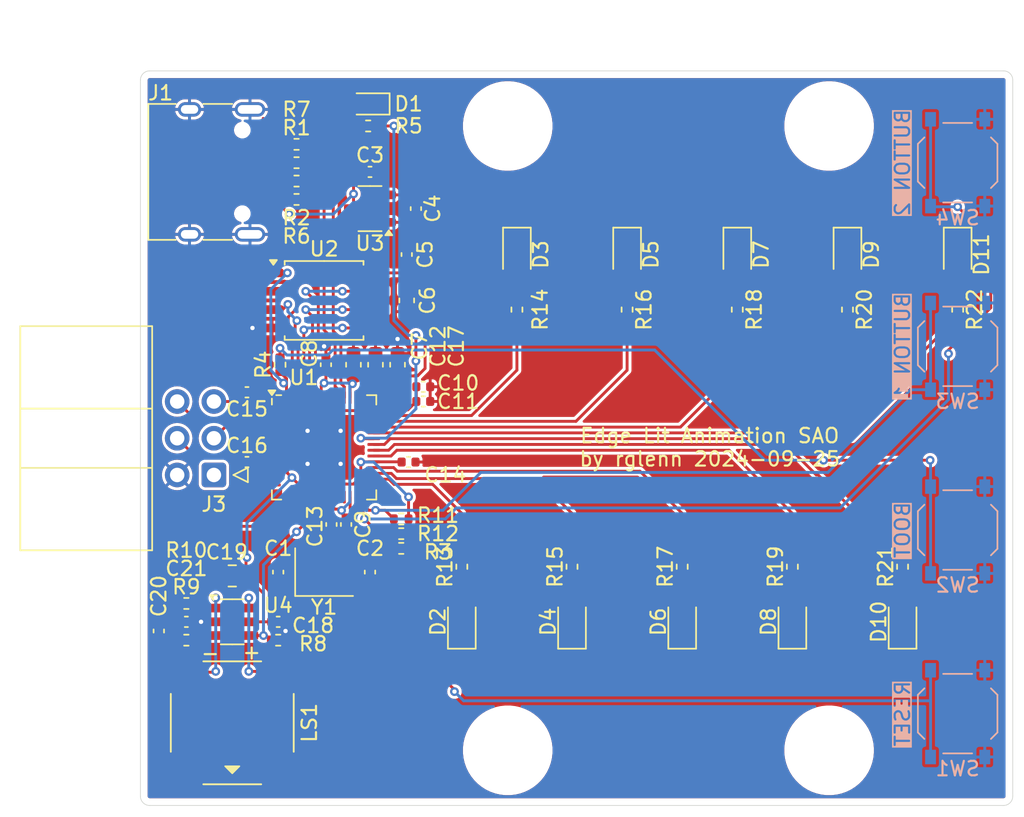
<source format=kicad_pcb>
(kicad_pcb (version 20240108) (generator "pcbnew") (generator_version "8.0")
  (layers (0 "F.Cu" signal) (31 "B.Cu" signal) (34 "B.Paste" user) (35 "F.Paste" user) (36 "B.SilkS" user "B.Silkscreen") (37 "F.SilkS" user "F.Silkscreen") (38 "B.Mask" user) (39 "F.Mask" user) (44 "Edge.Cuts" user))
  (net 0 "")
  (net 1 "GND")
  (net 2 "Net-(U1-XIN)")
  (net 3 "Net-(U1-XOUT)")
  (net 4 "+5V")
  (net 5 "+3V3")
  (net 6 "+1V1")
  (net 7 "Net-(C20-Pad1)")
  (net 8 "Net-(C20-Pad2)")
  (net 9 "Net-(D1-A)")
  (net 10 "/D+")
  (net 12 "Net-(J1-CC1)")
  (net 13 "Net-(J1-CC2)")
  (net 15 "/D-")
  (net 16 "/SWDIO")
  (net 17 "/SWCLK")
  (net 18 "/~{RESET}")
  (net 19 "Net-(U4-OUT-)")
  (net 20 "Net-(U4-OUT+)")
  (net 21 "Net-(U1-USB_DM)")
  (net 22 "Net-(U1-USB_DP)")
  (net 23 "Net-(R4-Pad2)")
  (net 24 "/BOOTSEL")
  (net 25 "/LED")
  (net 26 "/SPKONOFF")
  (net 27 "Net-(U4-IN)")
  (net 28 "/PWMAUDIO")
  (net 29 "/BUTTON1")
  (net 30 "/BUTTON2")
  (net 32 "/GPIOA")
  (net 33 "/UART_RX")
  (net 34 "Net-(U1-QSPI_SD1)")
  (net 35 "Net-(U1-QSPI_SD3)")
  (net 39 "/SCL")
  (net 40 "/SDA")
  (net 41 "/GPIOB")
  (net 42 "Net-(U1-QSPI_SD2)")
  (net 43 "Net-(U1-QSPI_SD0)")
  (net 44 "/UART_TX")
  (net 45 "Net-(U1-QSPI_SCLK)")
  (net 47 "+3.3V")
  (net 51 "Net-(D2-A)")
  (net 52 "Net-(D3-A)")
  (net 53 "Net-(D4-A)")
  (net 54 "Net-(D5-A)")
  (net 55 "Net-(D6-A)")
  (net 56 "Net-(D7-A)")
  (net 57 "Net-(D8-A)")
  (net 58 "Net-(D9-A)")
  (net 59 "Net-(D10-A)")
  (net 60 "Net-(D11-A)")
  (net 61 "Net-(U1-GPIO29_ADC3)")
  (net 62 "Net-(U1-GPIO28_ADC2)")
  (net 63 "Net-(U1-GPIO27_ADC1)")
  (net 64 "Net-(U1-GPIO26_ADC0)")
  (net 65 "Net-(U1-GPIO24)")
  (net 66 "Net-(U1-GPIO19)")
  (net 67 "Net-(U1-GPIO20)")
  (net 68 "Net-(U1-GPIO21)")
  (net 69 "Net-(U1-GPIO22)")
  (net 70 "Net-(U1-GPIO23)")
  (footprint "Resistor_SMD:R_0402_1005Metric" (layer "F.Cu") (at 163.195 92.71 -90)
    (property "Reference" "R20")
    (property "Value" "470")
  )
  (footprint "Resistor_SMD:R_0402_1005Metric" (layer "F.Cu") (at 130.048 80.01)
    (property "Reference" "R5")
    (property "Value" "470")
  )
  (footprint "MountingHole:MountingHole_3.2mm_M3_DIN965" (layer "F.Cu") (at 161.925 123.19)
    (property "Reference" "H4" (hide yes))
    (property "Value" "MountingHole")
  )
  (footprint "Capacitor_SMD:C_0402_1005Metric" (layer "F.Cu") (at 133.35 85.725 -90)
    (property "Reference" "C4")
    (property "Value" "1u")
  )
  (footprint "Capacitor_SMD:C_0402_1005Metric" (layer "F.Cu") (at 123.825 114.3)
    (property "Reference" "C18")
    (property "Value" "100n")
  )
  (footprint "Capacitor_SMD:C_0402_1005Metric" (layer "F.Cu") (at 128.524 107.569 -90)
    (property "Reference" "C9")
    (property "Value" "100n")
  )
  (footprint "MountingHole:MountingHole_3.2mm_M3_DIN965" (layer "F.Cu") (at 139.7 80.01)
    (property "Reference" "H3" (hide yes))
    (property "Value" "MountingHole")
  )
  (footprint "Capacitor_SMD:C_0402_1005Metric" (layer "F.Cu") (at 127.127 96.52 90)
    (property "Reference" "C8")
    (property "Value" "100n")
  )
  (footprint "Resistor_SMD:R_0402_1005Metric" (layer "F.Cu") (at 147.955 92.71 -90)
    (property "Reference" "R16")
    (property "Value" "470")
  )
  (footprint "Capacitor_SMD:C_0603_1608Metric" (layer "F.Cu") (at 129.032 96.52 90)
    (property "Reference" "C7")
    (property "Value" "2.2u")
  )
  (footprint "Resistor_SMD:R_0402_1005Metric" (layer "F.Cu") (at 117.475 115.57 180)
    (property "Reference" "R9")
    (property "Value" "47K")
  )
  (footprint "Capacitor_SMD:C_0603_1608Metric" (layer "F.Cu") (at 132.08 96.52 90)
    (property "Reference" "C17")
    (property "Value" "2.2u" (hide yes))
  )
  (footprint "Capacitor_SMD:C_0402_1005Metric" (layer "F.Cu") (at 133.858 98.044)
    (property "Reference" "C10")
    (property "Value" "100n" (hide yes))
  )
  (footprint "Capacitor_SMD:C_0402_1005Metric" (layer "F.Cu") (at 133.858 99.06)
    (property "Reference" "C11")
    (property "Value" "100n")
  )
  (footprint "Capacitor_SMD:C_0603_1608Metric" (layer "F.Cu") (at 130.556 96.52 90)
    (property "Reference" "C12")
    (property "Value" "2.2u")
  )
  (footprint "Capacitor_SMD:C_0402_1005Metric" (layer "F.Cu") (at 123.825 110.8625 90)
    (property "Reference" "C1")
    (property "Value" "15p")
  )
  (footprint "Package_SO:SOIC-8_5.23x5.23mm_P1.27mm" (layer "F.Cu") (at 127 92.075)
    (property "Reference" "U2")
    (property "Value" "W25Q128JVS")
  )
  (footprint "LED_SMD:LED_0805_2012Metric_Pad1.15x1.40mm_HandSolder" (layer "F.Cu") (at 159.385 114.3 90)
    (property "Reference" "D8")
    (property "Value" "LED")
  )
  (footprint "Package_DFN_QFN:QFN-56-1EP_7x7mm_P0.4mm_EP3.2x3.2mm" (layer "F.Cu") (at 127 102.235)
    (property "Reference" "U1")
    (property "Value" "RP2040")
  )
  (footprint "LED_SMD:LED_0805_2012Metric_Pad1.15x1.40mm_HandSolder" (layer "F.Cu") (at 163.195 88.9 -90)
    (property "Reference" "D9")
    (property "Value" "LED")
  )
  (footprint "Resistor_SMD:R_0402_1005Metric" (layer "F.Cu") (at 170.815 92.71 -90)
    (property "Reference" "R22")
    (property "Value" "470")
  )
  (footprint "Resistor_SMD:R_0402_1005Metric" (layer "F.Cu") (at 151.765 110.49 90)
    (property "Reference" "R17")
    (property "Value" "470")
  )
  (footprint "LED_SMD:LED_0805_2012Metric_Pad1.15x1.40mm_HandSolder" (layer "F.Cu") (at 170.815 88.9 -90)
    (property "Reference" "D11")
    (property "Value" "LED")
  )
  (footprint "LED_SMD:LED_0805_2012Metric_Pad1.15x1.40mm_HandSolder" (layer "F.Cu") (at 167.005 114.3 90)
    (property "Reference" "D10")
    (property "Value" "LED")
  )
  (footprint "Capacitor_SMD:C_0402_1005Metric" (layer "F.Cu") (at 132.715 88.9 90)
    (property "Reference" "C5")
    (property "Value" "100n")
  )
  (footprint "Package_TO_SOT_SMD:SOT-23-3" (layer "F.Cu") (at 130.175 85.725 180)
    (property "Reference" "U3")
    (property "Value" "XC6206PxxxMR")
  )
  (footprint "LED_SMD:LED_0805_2012Metric_Pad1.15x1.40mm_HandSolder" (layer "F.Cu") (at 151.765 114.3 90)
    (property "Reference" "D6")
    (property "Value" "LED")
  )
  (footprint "Resistor_SMD:R_0402_1005Metric" (layer "F.Cu") (at 125.095 81.28 180)
    (property "Reference" "R7")
    (property "Value" "5.1K")
  )
  (footprint "Capacitor_SMD:C_0402_1005Metric" (layer "F.Cu") (at 130.175 110.8625 -90)
    (property "Reference" "C2")
    (property "Value" "15p")
  )
  (footprint "Connector_IDC:IDC-Header_2x03_P2.54mm_Horizontal" (layer "F.Cu") (at 119.38 104.145 180)
    (property "Reference" "J3")
    (property "Value" "Conn_02x03_Odd_Even")
  )
  (footprint "MountingHole:MountingHole_3.2mm_M3_DIN965" (layer "F.Cu") (at 139.7 123.19)
    (property "Reference" "H1" (hide yes))
    (property "Value" "MountingHole")
  )
  (footprint "Connector_USB:USB_C_Receptacle_HRO_TYPE-C-31-M-12" (layer "F.Cu") (at 118.745 83.185 -90)
    (property "Reference" "J1")
    (property "Value" "USB_C_Receptacle_USB2.0_16P")
  )
  (footprint "Resistor_SMD:R_0402_1005Metric" (layer "F.Cu") (at 159.385 110.49 90)
    (property "Reference" "R19")
    (property "Value" "470")
  )
  (footprint "Capacitor_SMD:C_0402_1005Metric" (layer "F.Cu") (at 117.475 114.3)
    (property "Reference" "C21")
    (property "Value" "10n")
  )
  (footprint "LED_SMD:LED_0805_2012Metric_Pad1.15x1.40mm_HandSolder" (layer "F.Cu") (at 147.955 88.9 -90)
    (property "Reference" "D5")
    (property "Value" "LED")
  )
  (footprint "Resistor_SMD:R_0402_1005Metric" (layer "F.Cu") (at 144.145 110.49 90)
    (property "Reference" "R15")
    (property "Value" "470")
  )
  (footprint "Resistor_SMD:R_0402_1005Metric" (layer "F.Cu") (at 125.095 82.55)
    (property "Reference" "R1")
    (property "Value" "33")
  )
  (footprint "Capacitor_SMD:C_0402_1005Metric" (layer "F.Cu") (at 127.508 107.569 -90)
    (property "Reference" "C13")
    (property "Value" "100n")
  )
  (footprint "Resistor_SMD:R_0402_1005Metric" (layer "F.Cu") (at 132.334 108.204)
    (property "Reference" "R12")
    (property "Value" "10K")
  )
  (footprint "Capacitor_SMD:C_0603_1608Metric" (layer "F.Cu") (at 132.715 92.075 -90)
    (property "Reference" "C6")
    (property "Value" "2.2u" (hide yes))
  )
  (footprint "Capacitor_SMD:C_0402_1005Metric" (layer "F.Cu") (at 121.666 98.425 180)
    (property "Reference" "C15")
    (property "Value" "100n")
  )
  (footprint "LED_SMD:LED_0805_2012Metric_Pad1.15x1.40mm_HandSolder" (layer "F.Cu") (at 155.575 88.9 -90)
    (property "Reference" "D7")
    (property "Value" "LED")
  )
  (footprint "Resistor_SMD:R_0402_1005Metric" (layer "F.Cu") (at 167.005 110.49 90)
    (property "Reference" "R21")
    (property "Value" "470")
  )
  (footprint "Resistor_SMD:R_0402_1005Metric" (layer "F.Cu") (at 117.475 113.03 180)
    (property "Reference" "R10")
    (property "Value" "1K")
  )
  (footprint "Resistor_SMD:R_0402_1005Metric" (layer "F.Cu") (at 123.952 96.52 90)
    (property "Reference" "R4")
    (property "Value" "1K")
  )
  (footprint "edge-lit-parts:CUI_CMT-8530S-SMT" (layer "F.Cu") (at 120.65 121.285 90)
    (property "Reference" "LS1")
    (property "Value" "Speaker")
  )
  (footprint "LED_SMD:LED_0805_2012Metric_Pad1.15x1.40mm_HandSolder" (layer "F.Cu") (at 140.335 88.9 -90)
    (property "Reference" "D3")
    (property "Value" "LED")
  )
  (footprint "Package_TO_SOT_SMD:SOT-23-6" (layer "F.Cu") (at 120.65 114.3)
    (property "Reference" "U4")
    (property "Value" "PAM8301")
  )
  (footprint "MountingHole:MountingHole_3.2mm_M3_DIN965" (layer "F.Cu") (at 161.925 80.01)
    (property "Reference" "H2" (hide yes))
    (property "Value" "MountingHole")
  )
  (footprint "Resistor_SMD:R_0402_1005Metric" (layer "F.Cu") (at 132.334 109.22)
    (property "Reference" "R3")
    (property "Value" "10K")
  )
  (footprint "Resistor_SMD:R_0402_1005Metric" (layer "F.Cu") (at 155.575 92.71 -90)
    (property "Reference" "R18")
    (property "Value" "470")
  )
  (footprint "Resistor_SMD:R_0402_1005Metric" (layer "F.Cu") (at 125.095 85.09 180)
    (property "Reference" "R6")
    (property "Value" "5.1K")
  )
  (footprint "Capacitor_SMD:C_0402_1005Metric" (layer "F.Cu") (at 132.842 103.251)
    (property "Reference" "C14")
    (property "Value" "100n")
  )
  (footprint "Resistor_SMD:R_0402_1005Metric" (layer "F.Cu") (at 123.825 115.57)
    (property "Reference" "R8")
    (property "Value" "10K")
  )
  (footprint "Capacitor_SMD:C_0402_1005Metric" (layer "F.Cu") (at 130.175 83.185)
    (property "Reference" "C3")
    (property "Value" "1u")
  )
  (footprint "Resistor_SMD:R_0402_1005Metric" (layer "F.Cu") (at 140.335 92.71 -90)
    (property "Reference" "R14")
    (property "Value" "470")
  )
  (footprint "Capacitor_SMD:C_0402_1005Metric" (layer "F.Cu") (at 121.666 103.251 180)
    (property "Reference" "C16")
    (property "Value" "100n")
  )
  (footprint "Crystal:Crystal_SMD_3225-4Pin_3.2x2.5mm" (layer "F.Cu") (at 127 110.8625)
    (property "Reference" "Y1")
    (property "Value" "12MHz")
  )
  (footprint "LED_SMD:LED_0603_1608Metric" (layer "F.Cu") (at 130.048 78.486 180)
    (property "Reference" "D1")
    (property "Value" "LED")
  )
  (footprint "LED_SMD:LED_0805_2012Metric_Pad1.15x1.40mm_HandSolder" (layer "F.Cu") (at 144.145 114.3 90)
    (property "Reference" "D4")
    (property "Value" "LED")
  )
  (footprint "Resistor_SMD:R_0402_1005Metric" (layer "F.Cu") (at 132.334 107.188)
    (property "Reference" "R11")
    (property "Value" "10K")
  )
  (footprint "Resistor_SMD:R_0402_1005Metric" (layer "F.Cu") (at 136.525 110.49 90)
    (property "Reference" "R13")
    (property "Value" "470")
  )
  (footprint "Capacitor_SMD:C_0402_1005Metric" (layer "F.Cu") (at 115.57 114.935 -90)
    (property "Reference" "C20")
    (property "Value" "100n")
  )
  (footprint "Capacitor_SMD:C_0805_2012Metric" (layer "F.Cu") (at 120.65 111.125 180)
    (property "Reference" "C19")
    (property "Value" "10u")
  )
  (footprint "Resistor_SMD:R_0402_1005Metric" (layer "F.Cu") (at 125.095 83.82)
    (property "Reference" "R2")
    (property "Value" "33")
  )
  (footprint "LED_SMD:LED_0805_2012Metric_Pad1.15x1.40mm_HandSolder" (layer "F.Cu") (at 136.525 114.3 90)
    (property "Reference" "D2")
    (property "Value" "LED")
  )
  (footprint "Button_Switch_SMD:SW_Push_1P1T_XKB_TS-1187A" (layer "B.Cu") (at 170.815 120.65 90)
    (property "Reference" "SW1")
    (property "Value" "SW_Push")
  )
  (footprint "Button_Switch_SMD:SW_Push_1P1T_XKB_TS-1187A" (layer "B.Cu") (at 170.815 82.55 90)
    (property "Reference" "SW4")
    (property "Value" "SW_Push")
  )
  (footprint "Button_Switch_SMD:SW_Push_1P1T_XKB_TS-1187A" (layer "B.Cu") (at 170.815 107.95 90)
    (property "Reference" "SW2")
    (property "Value" "SW_Push")
  )
  (footprint "Button_Switch_SMD:SW_Push_1P1T_XKB_TS-1187A" (layer "B.Cu") (at 170.815 95.25 90)
    (property "Reference" "SW3")
    (property "Value" "SW_Push")
  )
  (gr_arc (start 114.3 76.835) (mid 114.485987 76.385987) (end 114.935 76.2) (stroke (width 0.05)) (layer "Edge.Cuts"))
  (gr_arc (start 174.625 126.365) (mid 174.439013 126.814013) (end 173.99 127) (stroke (width 0.05)) (layer "Edge.Cuts"))
  (gr_line (start 114.3 101.6) (end 114.3 76.835) (stroke (width 0.05)) (layer "Edge.Cuts"))
  (gr_line (start 114.935 76.2) (end 173.99 76.2) (stroke (width 0.05)) (layer "Edge.Cuts"))
  (gr_line (start 114.3 126.365) (end 114.3 101.6) (stroke (width 0.05)) (layer "Edge.Cuts"))
  (gr_line (start 174.625 76.835) (end 174.625 126.365) (stroke (width 0.05)) (layer "Edge.Cuts"))
  (gr_arc (start 173.99 76.2) (mid 174.439013 76.385987) (end 174.625 76.835) (stroke (width 0.05)) (layer "Edge.Cuts"))
  (gr_line (start 173.99 127) (end 114.935 127) (stroke (width 0.05)) (layer "Edge.Cuts"))
  (gr_arc (start 114.935 127) (mid 114.485987 126.814013) (end 114.3 126.365) (stroke (width 0.05)) (layer "Edge.Cuts"))
  (gr_text "BUTTON 1" (at 167.005 95.25 90) (layer "B.SilkS" knockout) (effects (font (size 1 1)) (justify mirror)))
  (gr_text "BUTTON 2" (at 167.005 82.55 90) (layer "B.SilkS" knockout) (effects (font (size 1 1)) (justify mirror)))
  (gr_text "RESET" (at 167.005 120.65 90) (layer "B.SilkS" knockout) (effects (font (size 1 1)) (justify mirror)))
  (gr_text "BOOT" (at 167.005 107.95 90) (layer "B.SilkS" knockout) (effects (font (size 1 1)) (justify mirror)))
  (gr_text "Edge Lit Animation SAO\nby rglenn 2024-09-25" (at 153.67 102.235 0) (layer "F.SilkS") (effects (font (size 1 1))))
  (segment (start 127.127 95.377) (end 127 95.25) (width 0.2) (layer "F.Cu") (net 1))
  (segment (start 119.5125 114.3) (end 118.491 114.3) (width 0.2) (layer "F.Cu") (net 1))
  (segment (start 124.305 114.907) (end 124.333 114.935) (width 0.2) (layer "F.Cu") (net 1))
  (segment (start 124.335 114.937) (end 124.333 114.935) (width 0.2) (layer "F.Cu") (net 1))
  (segment (start 127 102.235) (end 128.143 101.092) (width 0.2) (layer "F.Cu") (net 1))
  (segment (start 124.335 115.57) (end 124.335 114.937) (width 0.2) (layer "F.Cu") (net 1))
  (segment (start 124.305 114.3) (end 124.305 114.907) (width 0.2) (layer "F.Cu") (net 1))
  (segment (start 137.005 115.08) (end 136.975 115.05) (width 0.2) (layer "F.Cu") (net 1))
  (segment (start 117.955 114.3) (end 118.491 114.3) (width 0.2) (layer "F.Cu") (net 1))
  (segment (start 127 102.235) (end 125.857 101.092) (width 0.2) (layer "F.Cu") (net 1))
  (segment (start 127 102.235) (end 125.857 103.378) (width 0.2) (layer "F.Cu") (net 1))
  (segment (start 132.08 94.742) (end 132.08 95.745) (width 0.2) (layer "F.Cu") (net 1))
  (segment (start 127.127 96.04) (end 127.127 95.377) (width 0.2) (layer "F.Cu") (net 1))
  (segment (start 127 102.235) (end 128.143 103.378) (width 0.2) (layer "F.Cu") (net 1))
  (segment (start 123.4 93.98) (end 122.047 93.98) (width 0.2) (layer "F.Cu") (net 1))
  (via (at 127 95.25) (size 0.6) (drill 0.3) (layers "F.Cu" "B.Cu") (net 1))
  (via (at 124.333 114.935) (size 0.6) (drill 0.3) (layers "F.Cu" "B.Cu") (net 1))
  (via (at 132.08 94.742) (size 0.6) (drill 0.3) (layers "F.Cu" "B.Cu") (net 1))
  (via (at 122.047 93.98) (size 0.6) (drill 0.3) (layers "F.Cu" "B.Cu") (net 1))
  (via (at 128.143 101.092) (size 0.6) (drill 0.3) (layers "F.Cu" "B.Cu") (net 1))
  (via (at 118.491 114.3) (size 0.6) (drill 0.3) (layers "F.Cu" "B.Cu") (net 1))
  (via (at 125.857 103.378) (size 0.6) (drill 0.3) (layers "F.Cu" "B.Cu") (net 1))
  (via (at 128.143 103.378) (size 0.6) (drill 0.3) (layers "F.Cu" "B.Cu") (net 1))
  (via (at 125.857 101.092) (size 0.6) (drill 0.3) (layers "F.Cu" "B.Cu") (net 1))
  (segment (start 126 111.7125) (end 125.9 111.7125) (width 0.2) (layer "F.Cu") (net 2))
  (segment (start 126.4 108.747) (end 127 109.347) (width 0.2) (layer "F.Cu") (net 2))
  (segment (start 127 110.7125) (end 126 111.7125) (width 0.2) (layer "F.Cu") (net 2))
  (segment (start 126.4 105.6725) (end 126.4 108.747) (width 0.2) (layer "F.Cu") (net 2))
  (segment (start 125.9 111.7125) (end 124.195 111.7125) (width 0.2) (layer "F.Cu") (net 2))
  (segment (start 124.195 111.7125) (end 123.825 111.3425) (width 0.2) (layer "F.Cu") (net 2))
  (segment (start 127 109.347) (end 127 110.7125) (width 0.2) (layer "F.Cu") (net 2))
  (segment (start 126.8 105.6725) (end 126.8 108.512) (width 0.2) (layer "F.Cu") (net 3))
  (segment (start 128.1 109.304) (end 128.1 110.0125) (width 0.2) (layer "F.Cu") (net 3))
  (segment (start 127.889 109.093) (end 128.1 109.304) (width 0.2) (layer "F.Cu") (net 3))
  (segment (start 127.381 109.093) (end 127.889 109.093) (width 0.2) (layer "F.Cu") (net 3))
  (segment (start 129.805 110.0125) (end 130.175 110.3825) (width 0.2) (layer "F.Cu") (net 3))
  (segment (start 126.8 108.512) (end 127.381 109.093) (width 0.2) (layer "F.Cu") (net 3))
  (segment (start 128.1 110.0125) (end 129.805 110.0125) (width 0.2) (layer "F.Cu") (net 3))
  (segment (start 129.0375 84.709) (end 129.0375 83.8425) (width 0.2) (layer "F.Cu") (net 4))
  (segment (start 120.777 84.547) (end 121.865 85.635) (width 0.2) (layer "F.Cu") (net 4))
  (segment (start 129.0375 85.725) (end 129.0375 84.709) (width 0.2) (layer "F.Cu") (net 4))
  (segment (start 124.116 85.635) (end 124.587 86.106) (width 0.2) (layer "F.Cu") (net 4))
  (segment (start 129.0375 83.8425) (end 129.695 83.185) (width 0.2) (layer "F.Cu") (net 4))
  (segment (start 122.79 80.735) (end 121.865 80.735) (width 0.2) (layer "F.Cu") (net 4))
  (segment (start 122.79 85.635) (end 124.116 85.635) (width 0.2) (layer "F.Cu") (net 4))
  (segment (start 121.865 80.735) (end 120.777 81.823) (width 0.2) (layer "F.Cu") (net 4))
  (segment (start 121.865 85.635) (end 122.79 85.635) (width 0.2) (layer "F.Cu") (net 4))
  (segment (start 120.777 81.823) (end 120.777 84.547) (width 0.2) (layer "F.Cu") (net 4))
  (via (at 129.0375 84.709) (size 0.6) (drill 0.3) (layers "F.Cu" "B.Cu") (net 4))
  (via (at 124.587 86.106) (size 0.6) (drill 0.3) (layers "F.Cu" "B.Cu") (net 4))
  (segment (start 127.6405 86.106) (end 129.0375 84.709) (width 0.2) (layer "B.Cu") (net 4))
  (segment (start 124.587 86.106) (end 127.6405 86.106) (width 0.2) (layer "B.Cu") (net 4))
  (segment (start 128.524 104.775) (end 129.032 104.775) (width 0.2) (layer "F.Cu") (net 5))
  (segment (start 129.6 99.635) (end 129.54 99.695) (width 0.2) (layer "F.Cu") (net 5))
  (segment (start 129.6 98.7975) (end 129.6 98.251) (width 0.2) (layer "F.Cu") (net 5))
  (segment (start 123.02864 99.635) (end 122.146 98.75236) (width 0.2) (layer "F.Cu") (net 5))
  (segment (start 133.378 98.044) (end 133.378 99.06) (width 0.2) (layer "F.Cu") (net 5))
  (segment (start 124.46 99.695) (end 124.46 103.251) (width 0.2) (layer "F.Cu") (net 5))
  (segment (start 122.162 103.235) (end 122.146 103.251) (width 0.2) (layer "F.Cu") (net 5))
  (segment (start 123.5625 103.235) (end 122.162 103.235) (width 0.2) (layer "F.Cu") (net 5))
  (segment (start 121.6 109.921) (end 121.666 109.855) (width 0.2) (layer "F.Cu") (net 5))
  (segment (start 129.556 103.235) (end 129.54 103.251) (width 0.2) (layer "F.Cu") (net 5))
  (segment (start 127.2 105.6725) (end 127.2 104.829) (width 0.2) (layer "F.Cu") (net 5))
  (segment (start 133.632 89.38) (end 134.239 88.773) (width 0.2) (layer "F.Cu") (net 5))
  (segment (start 129.2 99.609) (end 129.286 99.695) (width 0.2) (layer "F.Cu") (net 5))
  (segment (start 133.464 91.3) (end 133.985 91.821) (width 0.2) (layer "F.Cu") (net 5))
  (segment (start 132.715 90.17) (end 132.715 89.38) (width 0.2) (layer "F.Cu") (net 5))
  (segment (start 129.286 99.695) (end 127.508 99.695) (width 0.2) (layer "F.Cu") (net 5))
  (segment (start 122.809 112.334) (end 121.6 111.125) (width 0.2) (layer "F.Cu") (net 5))
  (segment (start 129.6 98.251) (end 130.556 97.295) (width 0.2) (layer "F.Cu") (net 5))
  (segment (start 132.715 91.3) (end 133.464 91.3) (width 0.2) (layer "F.Cu") (net 5))
  (segment (start 127.6 99.603) (end 127.508 99.695) (width 0.2) (layer "F.Cu") (net 5))
  (segment (start 132.844 107.188) (end 132.844 108.204) (width 0.2) (layer "F.Cu") (net 5))
  (segment (start 130.556 97.295) (end 132.08 97.295) (width 0.2) (layer "F.Cu") (net 5))
  (segment (start 133.21 97.295) (end 132.08 97.295) (width 0.2) (layer "F.Cu") (net 5))
  (segment (start 127.6 98.7975) (end 127.6 99.603) (width 0.2) (layer "F.Cu") (net 5))
  (segment (start 133.223 97.282) (end 133.21 97.295) (width 0.2) (layer "F.Cu") (net 5))
  (segment (start 123.5625 99.635) (end 123.02864 99.635) (width 0.2) (layer "F.Cu") (net 5))
  (segment (start 127.2 104.829) (end 127.254 104.775) (width 0.2) (layer "F.Cu") (net 5))
  (segment (start 129.6 98.7975) (end 129.6 99.635) (width 0.2) (layer "F.Cu") (net 5))
  (segment (start 123.5625 103.235) (end 124.444 103.235) (width 0.2) (layer "F.Cu") (net 5))
  (segment (start 131.3125 84.775) (end 132.88 84.775) (width 0.2) (layer "F.Cu") (net 5))
  (segment (start 124.4 99.635) (end 124.46 99.695) (width 0.2) (layer "F.Cu") (net 5))
  (segment (start 122.146 98.75236) (end 122.146 98.425) (width 0.2) (layer "F.Cu") (net 5))
  (segment (start 133.477 97.282) (end 133.223 97.282) (width 0.2) (layer "F.Cu") (net 5))
  (segment (start 125.222 104.775) (end 127.254 104.775) (width 0.2) (layer "F.Cu") (net 5))
  (segment (start 132.346 103.235) (end 132.362 103.251) (width 0.2) (layer "F.Cu") (net 5))
  (segment (start 132.715 90.17) (end 130.6 90.17) (width 0.2) (layer "F.Cu") (net 5))
  (segment (start 132.842 107.186) (end 132.844 107.188) (width 0.2) (layer "F.Cu") (net 5))
  (segment (start 127.2 105.6725) (end 127.2 106.781) (width 0.2) (layer "F.Cu") (net 5))
  (segment (start 129.2 98.7975) (end 129.2 99.609) (width 0.2) (layer "F.Cu") (net 5))
  (segment (start 132.715 89.38) (end 133.632 89.38) (width 0.2) (layer "F.Cu") (net 5))
  (segment (start 132.715 91.3) (end 132.715 90.17) (width 0.2) (layer "F.Cu") (net 5))
  (segment (start 129.54 99.695) (end 129.286 99.695) (width 0.2) (layer "F.Cu") (net 5))
  (segment (start 132.844 108.204) (end 132.844 109.22) (width 0.2) (layer "F.Cu") (net 5))
  (segment (start 133.957 85.245) (end 133.35 85.245) (width 0.2) (layer "F.Cu") (net 5))
  (segment (start 122.809 114.3) (end 123.345 114.3) (width 0.2) (layer "F.Cu") (net 5))
  (segment (start 127.254 99.695) (end 124.46 99.695) (width 0.2) (layer "F.Cu") (net 5))
  (segment (start 127.254 104.775) (end 128.524 104.775) (width 0.2) (layer "F.Cu") (net 5))
  (segment (start 130.4375 103.235) (end 129.556 103.235) (width 0.2) (layer "F.Cu") (net 5))
  (segment (start 133.985 91.821) (end 133.985 96.774) (width 0.2) (layer "F.Cu") (net 5))
  (segment (start 121.6 111.125) (end 121.6 109.921) (width 0.2) (layer "F.Cu") (net 5))
  (segment (start 124.46 103.251) (end 124.46 104.013) (width 0.2) (layer "F.Cu") (net 5))
  (segment (start 130.4375 99.635) (end 132.803 99.635) (width 0.2) (layer "F.Cu") (net 5))
  (segment (start 134.239 85.471) (end 133.985 85.217) (width 0.2) (layer "F.Cu") (net 5))
  (segment (start 121.7875 114.3) (end 122.809 114.3) (width 0.2) (layer "F.Cu") (net 5))
  (segment (start 130.4375 99.635) (end 129.6 99.635) (width 0.2) (layer "F.Cu") (net 5))
  (segment (start 133.985 85.217) (end 133.957 85.245) (width 0.2) (layer "F.Cu") (net 5))
  (segment (start 132.88 84.775) (end 133.35 85.245) (width 0.2) (layer "F.Cu") (net 5))
  (segment (start 129.54 104.267) (end 129.54 103.251) (width 0.2) (layer "F.Cu") (net 5))
  (segment (start 127.254 99.695) (end 127.2 99.641) (width 0.2) (layer "F.Cu") (net 5))
  (segment (start 130.4375 103.235) (end 132.346 103.235) (width 0.2) (layer "F.Cu") (net 5))
  (segment (start 134.239 88.773) (end 134.239 85.471) (width 0.2) (layer "F.Cu") (net 5))
  (segment (start 132.842 105.664) (end 132.842 107.186) (width 0.2) (layer "F.Cu") (net 5))
  (segment (start 132.803 99.635) (end 133.378 99.06) (width 0.2) (layer "F.Cu") (net 5))
  (segment (start 122.809 114.3) (end 122.809 112.334) (width 0.2) (layer "F.Cu") (net 5))
  (segment (start 127.508 99.695) (end 127.254 99.695) (width 0.2) (layer "F.Cu") (net 5))
  (segment (start 132.362 103.251) (end 132.209 103.404) (width 0.2) (layer "F.Cu") (net 5))
  (segment (start 124.444 103.235) (end 124.46 103.251) (width 0.2) (layer "F.Cu") (net 5))
  (segment (start 129.032 104.775) (end 129.54 104.267) (width 0.2) (layer "F.Cu") (net 5))
  (segment (start 129.2 98.7975) (end 129.2 98.387812) (width 0.2) (layer "F.Cu") (net 5))
  (segment (start 127.2 106.781) (end 127.508 107.089) (width 0.2) (layer "F.Cu") (net 5))
  (segment (start 123.5625 99.635) (end 124.4 99.635) (width 0.2) (layer "F.Cu") (net 5))
  (segment (start 133.985 96.774) (end 133.477 97.282) (width 0.2) (layer "F.Cu") (net 5))
  (segment (start 124.46 104.013) (end 124.7775 104.3305) (width 0.2) (layer "F.Cu") (net 5))
  (segment (start 127.2 98.7975) (end 127.2 99.641) (width 0.2) (layer "F.Cu") (net 5))
  (segment (start 124.7775 104.3305) (end 125.222 104.775) (width 0.2) (layer "F.Cu") (net 5))
  (via (at 121.666 109.855) (size 0.6) (drill 0.3) (layers "F.Cu" "B.Cu") (net 5))
  (via (at 132.842 105.664) (size 0.6) (drill 0.3) (layers "F.Cu" "B.Cu") (net 5))
  (via (at 129.54 103.251) (size 0.6) (drill 0.3) (layers "F.Cu" "B.Cu") (net 5))
  (via (at 124.7775 104.3305) (size 0.6) (drill 0.3) (layers "F.Cu" "B.Cu") (net 5))
  (segment (start 121.666 109.855) (end 121.666 107.442) (width 0.2) (layer "B.Cu") (net 5))
  (segment (start 129.54 103.251) (end 130.429 103.251) (width 0.2) (layer "B.Cu") (net 5))
  (segment (start 130.429 103.251) (end 132.842 105.664) (width 0.2) (layer "B.Cu") (net 5))
  (segment (start 121.666 107.442) (end 124.7775 104.3305) (width 0.2) (layer "B.Cu") (net 5))
  (segment (start 126.8 98.7975) (end 126.8 97.99) (width 0.2) (layer "F.Cu") (net 6))
  (segment (start 127.944 106.509) (end 128.0655 106.6305) (width 0.2) (layer "F.Cu") (net 6))
  (segment (start 128.962055 97.837011) (end 128.962055 97.057055) (width 0.2) (layer "F.Cu") (net 6))
  (segment (start 127.6 105.6725) (end 127.6 106.347) (width 0.2) (layer "F.Cu") (net 6))
  (segment (start 128.171002 106.6305) (end 128.20931 106.592192) (width 0.2) (layer "F.Cu") (net 6))
  (segment (start 127.127 97) (end 127.127 97.663) (width 0.2) (layer "F.Cu") (net 6))
  (segment (start 126.8 97.99) (end 127 97.79) (width 0.2) (layer "F.Cu") (net 6))
  (segment (start 128.0655 106.6305) (end 128.171002 106.6305) (width 0.2) (layer "F.Cu") (net 6))
  (segment (start 128.8 97.999066) (end 128.8 98.7975) (width 0.2) (layer "F.Cu") (net 6))
  (segment (start 128.962055 97.057055) (end 128.905 97) (width 0.2) (layer "F.Cu") (net 6))
  (segment (start 127.6 106.347) (end 127.762 106.509) (width 0.2) (layer "F.Cu") (net 6))
  (segment (start 127.762 106.509) (end 127.944 106.509) (width 0.2) (layer "F.Cu") (net 6))
  (segment (start 128.962055 97.837011) (end 128.8 97.999066) (width 0.2) (layer "F.Cu") (net 6))
  (segment (start 128.0655 106.6305) (end 128.524 107.089) (width 0.2) (layer "F.Cu") (net 6))
  (segment (start 127.127 97.663) (end 127 97.79) (width 0.2) (layer "F.Cu") (net 6))
  (via (at 127 97.79) (size 0.6) (drill 0.3) (layers "F.Cu" "B.Cu") (net 6))
  (via (at 128.20931 106.592192) (size 0.6) (drill 0.3) (layers "F.Cu" "B.Cu") (net 6))
  (via (at 128.962055 97.837011) (size 0.6) (drill 0.3) (layers "F.Cu" "B.Cu") (net 6))
  (segment (start 128.915044 97.79) (end 127 97.79) (width 0.2) (layer "B.Cu") (net 6))
  (segment (start 128.778 98.021066) (end 128.962055 97.837011) (width 0.2) (layer "B.Cu") (net 6))
  (segment (start 128.20931 106.592192) (end 128.778 106.023502) (width 0.2) (layer "B.Cu") (net 6))
  (segment (start 128.778 106.023502) (end 128.778 98.021066) (width 0.2) (layer "B.Cu") (net 6))
  (segment (start 128.962055 97.837011) (end 128.915044 97.79) (width 0.2) (layer "B.Cu") (net 6))
  (segment (start 115.725 114.3) (end 115.57 114.455) (width 0.2) (layer "F.Cu") (net 7))
  (segment (start 116.995 114.3) (end 116.995 113.06) (width 0.2) (layer "F.Cu") (net 7))
  (segment (start 116.995 113.06) (end 116.965 113.03) (width 0.2) (layer "F.Cu") (net 7))
  (segment (start 116.995 114.3) (end 115.725 114.3) (width 0.2) (layer "F.Cu") (net 7))
  (segment (start 116.965 115.57) (end 115.725 115.57) (width 0.2) (layer "F.Cu") (net 8))
  (segment (start 115.725 115.57) (end 115.57 115.415) (width 0.2) (layer "F.Cu") (net 8))
  (segment (start 129.2605 78.486) (end 129.2605 79.7325) (width 0.2) (layer "F.Cu") (net 9))
  (segment (start 129.2605 79.7325) (end 129.538 80.01) (width 0.2) (layer "F.Cu") (net 9))
  (segment (start 122.79 83.935) (end 123.765 83.935) (width 0.2) (layer "F.Cu") (net 10))
  (segment (start 123.765 83.935) (end 123.825 83.875) (width 0.2) (layer "F.Cu") (net 10))
  (segment (start 123.825 83.875) (end 123.825 83.058) (width 0.2) (layer "F.Cu") (net 10))
  (segment (start 123.88 83.82) (end 123.825 83.875) (width 0.2) (layer "F.Cu") (net 10))
  (segment (start 123.702 82.935) (end 122.79 82.935) (width 0.2) (layer "F.Cu") (net 10))
  (segment (start 123.825 83.058) (end 123.702 82.935) (width 0.2) (layer "F.Cu") (net 10))
  (segment (start 124.585 83.82) (end 123.88 83.82) (width 0.2) (layer "F.Cu") (net 10))
  (segment (start 122.79 81.935) (end 123.93 81.935) (width 0.2) (layer "F.Cu") (net 12))
  (segment (start 123.93 81.935) (end 124.585 81.28) (width 0.2) (layer "F.Cu") (net 12))
  (segment (start 124.585 85.09) (end 124.43 84.935) (width 0.2) (layer "F.Cu") (net 13))
  (segment (start 124.43 84.935) (end 122.79 84.935) (width 0.2) (layer "F.Cu") (net 13))
  (segment (start 122.79 82.435) (end 124.47 82.435) (width 0.2) (layer "F.Cu") (net 15))
  (segment (start 121.654 82.435) (end 122.79 82.435) (width 0.2) (layer "F.Cu") (net 15))
  (segment (start 121.412 83.185) (end 121.412 82.677) (width 0.2) (layer "F.Cu") (net 15))
  (segment (start 121.662 83.435) (end 121.412 83.185) (width 0.2) (layer "F.Cu") (net 15))
  (segment (start 121.412 82.677) (end 121.654 82.435) (width 0.2) (layer "F.Cu") (net 15))
  (segment (start 124.47 82.435) (end 124.585 82.55) (width 0.2) (layer "F.Cu") (net 15))
  (segment (start 122.79 83.435) (end 121.662 83.435) (width 0.2) (layer "F.Cu") (net 15))
  (segment (start 136.017 119.126) (end 136.017 118.999) (width 0.2) (layer "F.Cu") (net 18))
  (segment (start 132.207 110.49) (end 131.824 110.107) (width 0.2) (layer "F.Cu") (net 18))
  (segment (start 128.85482 106.509) (end 128.8 106.45418) (width 0.2) (layer "F.Cu") (net 18))
  (segment (start 130.8735 109.1565) (end 129.134 107.417) (width 0.2) (layer "F.Cu") (net 18))
  (segment (start 132.207 115.189) (end 132.207 110.49) (width 0.2) (layer "F.Cu") (net 18))
  (segment (start 131.824 109.22) (end 130.937 109.22) (width 0.2) (layer "F.Cu") (net 18))
  (segment (start 129.134 107.417) (end 129.134 106.762866) (width 0.2) (layer "F.Cu") (net 18))
  (segment (start 131.824 110.107) (end 131.824 109.22) (width 0.2) (layer "F.Cu") (net 18))
  (segment (start 129.134 106.762866) (end 128.880134 106.509) (width 0.2) (layer "F.Cu") (net 18))
  (segment (start 128.880134 106.509) (end 128.85482 106.509) (width 0.2) (layer "F.Cu") (net 18))
  (segment (start 136.017 118.999) (end 132.207 115.189) (width 0.2) (layer "F.Cu") (net 18))
  (segment (start 128.8 106.45418) (end 128.8 105.6725) (width 0.2) (layer "F.Cu") (net 18))
  (segment (start 130.937 109.22) (end 130.8735 109.1565) (width 0.2) (layer "F.Cu") (net 18))
  (via (at 136.017 119.126) (size 0.6) (drill 0.3) (layers "F.Cu" "B.Cu") (net 18))
  (segment (start 168.94 117.65) (end 168.94 119.761) (width 0.2) (layer "B.Cu") (net 18))
  (segment (start 168.94 119.761) (end 168.94 123.65) (width 0.2) (layer "B.Cu") (net 18))
  (segment (start 168.94 119.761) (end 136.652 119.761) (width 0.2) (layer "B.Cu") (net 18))
  (segment (start 136.652 119.761) (end 136.017 119.126) (width 0.2) (layer "B.Cu") (net 18))
  (segment (start 119.5125 113.35) (end 119.5125 112.6545) (width 0.2) (layer "F.Cu") (net 19))
  (segment (start 119.451 117.785) (end 117.15 117.785) (width 0.2) (layer "F.Cu") (net 19))
  (segment (start 119.507 117.729) (end 119.451 117.785) (width 0.2) (layer "F.Cu") (net 19))
  (segment (start 119.5125 112.6545) (end 119.507 112.649) (width 0.2) (layer "F.Cu") (net 19))
  (via (at 119.507 112.649) (size 0.6) (drill 0.3) (layers "F.Cu" "B.Cu") (net 19))
  (via (at 119.507 117.729) (size 0.6) (drill 0.3) (layers "F.Cu" "B.Cu") (net 19))
  (segment (start 119.507 112.649) (end 119.507 117.729) (width 0.2) (layer "B.Cu") (net 19))
  (segment (start 122.301 117.729) (end 122.357 117.785) (width 0.2) (layer "F.Cu") (net 20))
  (segment (start 121.7875 113.35) (end 121.7875 112.6545) (width 0.2) (layer "F.Cu") (net 20))
  (segment (start 121.793 117.729) (end 122.301 117.729) (width 0.2) (layer "F.Cu") (net 20))
  (segment (start 122.357 117.785) (end 124.15 117.785) (width 0.2) (layer "F.Cu") (net 20))
  (segment (start 121.7875 112.6545) (end 121.793 112.649) (width 0.2) (layer "F.Cu") (net 20))
  (via (at 121.793 112.649) (size 0.6) (drill 0.3) (layers "F.Cu" "B.Cu") (net 20))
  (via (at 121.793 117.729) (size 0.6) (drill 0.3) (layers "F.Cu" "B.Cu") (net 20))
  (segment (start 121.793 112.649) (end 121.793 117.729) (width 0.2) (layer "B.Cu") (net 20))
  (segment (start 126.365 82.55) (end 125.605 82.55) (width 0.2) (layer "F.Cu") (net 21))
  (segment (start 128.4 98.047) (end 128.162 97.809) (width 0.2) (layer "F.Cu") (net 21))
  (segment (start 128.162 97.809) (end 128.162 94.720529) (width 0.2) (layer "F.Cu") (net 21))
  (segment (start 128.4 98.7975) (end 128.4 98.047) (width 0.2) (layer "F.Cu") (net 21))
  (segment (start 127.635 94.193529) (end 127.635 83.82) (width 0.2) (layer "F.Cu") (net 21))
  (segment (start 128.162 94.720529) (end 127.635 94.193529) (width 0.2) (layer "F.Cu") (net 21))
  (segment (start 127.635 83.82) (end 126.365 82.55) (width 0.2) (layer "F.Cu") (net 21))
  (segment (start 127 84.455) (end 126.365 83.82) (width 0.2) (layer "F.Cu") (net 22))
  (segment (start 127 94.124215) (end 127 88.775) (width 0.2) (layer "F.Cu") (net 22))
  (segment (start 126.365 83.82) (end 125.605 83.82) (width 0.2) (layer "F.Cu") (net 22))
  (segment (start 128 98.7975) (end 128 98.26364) (width 0.2) (layer "F.Cu") (net 22))
  (segment (start 127.762 94.886215) (end 127 94.124215) (width 0.2) (layer "F.Cu") (net 22))
  (segment (start 127.762 98.02564) (end 127.762 94.886215) (width 0.2) (layer "F.Cu") (net 22))
  (segment (start 128 98.26364) (end 127.762 98.02564) (width 0.2) (layer "F.Cu") (net 22))
  (segment (start 127 88.775) (end 127 84.455) (width 0.2) (layer "F.Cu") (net 22))
  (segment (start 123.952 96.01) (end 123.952 95.377) (width 0.2) (layer "F.Cu") (net 23))
  (segment (start 161.544 103.124) (end 168.91 103.124) (width 0.2) (layer "F.Cu") (net 23))
  (via (at 123.952 95.377) (size 0.6) (drill 0.3) (layers "F.Cu" "B.Cu") (net 23))
  (via (at 168.91 103.124) (size 0.6) (drill 0.3) (layers "F.Cu" "B.Cu") (net 23))
  (via (at 161.544 103.124) (size 0.6) (drill 0.3) (layers "F.Cu" "B.Cu") (net 23))
  (segment (start 161.544 103.124) (end 157.48 103.124) (width 0.2) (layer "B.Cu") (net 23))
  (segment (start 168.94 104.95) (end 168.94 107.696) (width 0.2) (layer "B.Cu") (net 23))
  (segment (start 168.91 103.124) (end 168.94 103.154) (width 0.2) (layer "B.Cu") (net 23))
  (segment (start 127.248529 95.85) (end 124.425 95.85) (width 0.2) (layer "B.Cu") (net 23))
  (segment (start 124.425 95.85) (end 123.952 95.377) (width 0.2) (layer "B.Cu") (net 23))
  (segment (start 127.594529 95.504) (end 127.248529 95.85) (width 0.2) (layer "B.Cu") (net 23))
  (segment (start 168.94 107.696) (end 168.94 110.95) (width 0.2) (layer "B.Cu") (net 23))
  (segment (start 149.86 95.504) (end 127.594529 95.504) (width 0.2) (layer "B.Cu") (net 23))
  (segment (start 157.48 103.124) (end 149.86 95.504) (width 0.2) (layer "B.Cu") (net 23))
  (segment (start 168.94 103.154) (end 168.94 107.696) (width 0.2) (layer "B.Cu") (net 23))
  (segment (start 124.4 98.7975) (end 124.4 97.79) (width 0.2) (layer "F.Cu") (net 24))
  (segment (start 124.46 90.17) (end 123.4 90.17) (width 0.2) (layer "F.Cu") (net 24))
  (segment (start 124.4 97.79) (end 124.4 97.478) (width 0.2) (layer "F.Cu") (net 24))
  (segment (start 124.4 97.478) (end 123.952 97.03) (width 0.2) (layer "F.Cu") (net 24))
  (segment (start 124.4 97.79) (end 124.2 97.79) (width 0.2) (layer "F.Cu") (net 24))
  (via (at 124.46 90.17) (size 0.6) (drill 0.3) (layers "F.Cu" "B.Cu") (net 24))
  (via (at 124.2 97.79) (size 0.6) (drill 0.3) (layers "F.Cu" "B.Cu") (net 24))
  (segment (start 123.317 91.313) (end 123.317 96.907) (width 0.2) (layer "B.Cu") (net 24))
  (segment (start 123.317 96.907) (end 124.2 97.79) (width 0.2) (layer "B.Cu") (net 24))
  (segment (start 124.46 90.17) (end 123.317 91.313) (width 0.2) (layer "B.Cu") (net 24))
  (segment (start 133.35 94.488) (end 133.35 96.266) (width 0.2) (layer "F.Cu") (net 25))
  (segment (start 129.575 101.635) (end 129.54 101.6) (width 0.2) (layer "F.Cu") (net 25))
  (segment (start 130.4375 101.635) (end 129.575 101.635) (width 0.2) (layer "F.Cu") (net 25))
  (segment (start 130.558 80.01) (end 131.826 80.01) (width 0.2) (layer "F.Cu") (net 25))
  (via (at 131.826 80.01) (size 0.6) (drill 0.3) (layers "F.Cu" "B.Cu") (net 25))
  (via (at 129.54 101.6) (size 0.6) (drill 0.3) (layers "F.Cu" "B.Cu") (net 25))
  (via (at 133.35 94.488) (size 0.6) (drill 0.3) (layers "F.Cu" "B.Cu") (net 25))
  (via (at 133.35 96.266) (size 0.6) (drill 0.3) (layers "F.Cu" "B.Cu") (net 25))
  (segment (start 131.826 93.472) (end 131.826 80.01) (width 0.2) (layer "B.Cu") (net 25))
  (segment (start 131.826 93.472) (end 132.842 94.488) (width 0.2) (layer "B.Cu") (net 25))
  (segment (start 132.842 94.488) (end 133.35 94.488) (width 0.2) (layer "B.Cu") (net 25))
  (segment (start 131.318 101.6) (end 129.54 101.6) (width 0.2) (layer "B.Cu") (net 25))
  (segment (start 133.35 99.568) (end 131.318 101.6) (width 0.2) (layer "B.Cu") (net 25))
  (segment (start 133.35 96.266) (end 133.35 99.568) (width 0.2) (layer "B.Cu") (net 25))
  (segment (start 125.095 108.077) (end 125.6 107.572) (width 0.2) (layer "F.Cu") (net 26))
  (segment (start 122.995 115.25) (end 123.315 115.57) (width 0.2) (layer "F.Cu") (net 26))
  (segment (start 125.6 107.572) (end 125.6 105.6725) (width 0.2) (layer "F.Cu") (net 26))
  (segment (start 121.7875 115.25) (end 122.995 115.25) (width 0.2) (layer "F.Cu") (net 26))
  (via (at 125.095 108.077) (size 0.6) (drill 0.3) (layers "F.Cu" "B.Cu") (net 26))
  (via (at 122.809 115.25) (size 0.6) (drill 0.3) (layers "F.Cu" "B.Cu") (net 26))
  (segment (start 122.809 110.363) (end 122.809 115.25) (width 0.2) (layer "B.Cu") (net 26))
  (segment (start 125.095 108.077) (end 122.809 110.363) (width 0.2) (layer "B.Cu") (net 26))
  (segment (start 118.305 115.25) (end 117.985 115.57) (width 0.2) (layer "F.Cu") (net 27))
  (segment (start 119.5125 115.25) (end 118.305 115.25) (width 0.2) (layer "F.Cu") (net 27))
  (segment (start 125.2 106.702) (end 125.2 105.6725) (width 0.2) (layer "F.Cu") (net 28))
  (segment (start 117.985 113.03) (end 117.985 110.615) (width 0.2) (layer "F.Cu") (net 28))
  (segment (start 117.985 110.615) (end 120.904 107.696) (width 0.2) (layer "F.Cu") (net 28))
  (segment (start 120.904 107.696) (end 124.206 107.696) (width 0.2) (layer "F.Cu") (net 28))
  (segment (start 124.206 107.696) (end 125.2 106.702) (width 0.2) (layer "F.Cu") (net 28))
  (segment (start 131.224 106.588) (end 131.824 107.188) (width 0.2) (layer "F.Cu") (net 29))
  (segment (start 130.556 106.588) (end 131.224 106.588) (width 0.2) (layer "F.Cu") (net 29))
  (segment (start 130.090506 106.588) (end 130.556 106.588) (width 0.2) (layer "F.Cu") (net 29))
  (segment (start 129.6 105.6725) (end 129.6 106.097494) (width 0.2) (layer "F.Cu") (net 29))
  (segment (start 129.6 106.097494) (end 130.090506 106.588) (width 0.2) (layer "F.Cu") (net 29))
  (via (at 130.556 106.588) (size 0.6) (drill 0.3) (layers "F.Cu" "B.Cu") (net 29))
  (segment (start 137.839283 103.968717) (end 161.842283 103.968717) (width 0.2) (layer "B.Cu") (net 29))
  (segment (start 135.22 106.588) (end 137.839283 103.968717) (width 0.2) (layer "B.Cu") (net 29))
  (segment (start 161.842283 103.968717) (end 167.561 98.25) (width 0.2) (layer "B.Cu") (net 29))
  (segment (start 130.556 106.588) (end 135.22 106.588) (width 0.2) (layer "B.Cu") (net 29))
  (segment (start 167.561 98.25) (end 168.94 98.25) (width 0.2) (layer "B.Cu") (net 29))
  (segment (start 168.94 92.25) (end 168.94 98.25) (width 0.2) (layer "B.Cu") (net 29))
  (segment (start 173.101 88.392) (end 173.101 87.884) (width 0.2) (layer "F.Cu") (net 30))
  (segment (start 170.18 95.504) (end 173.101 92.583) (width 0.2) (layer "F.Cu") (net 30))
  (segment (start 129.2 106.26318) (end 129.794 106.85718) (width 0.2) (layer "F.Cu") (net 30))
  (segment (start 170.18 95.758) (end 170.18 95.504) (width 0.2) (layer "F.Cu") (net 30))
  (segment (start 129.794 107.188) (end 130.81 108.204) (width 0.2) (layer "F.Cu") (net 30))
  (segment (start 173.101 87.884) (end 170.815 85.598) (width 0.2) (layer "F.Cu") (net 30))
  (segment (start 129.794 106.85718) (end 129.794 107.188) (width 0.2) (layer "F.Cu") (net 30))
  (segment (start 173.101 92.583) (end 173.101 88.392) (width 0.2) (layer "F.Cu") (net 30))
  (segment (start 130.81 108.204) (end 131.824 108.204) (width 0.2) (layer "F.Cu") (net 30))
  (segment (start 129.2 105.6725) (end 129.2 106.26318) (width 0.2) (layer "F.Cu") (net 30))
  (via (at 170.815 85.598) (size 0.6) (drill 0.3) (layers "F.Cu" "B.Cu") (net 30))
  (via (at 170.18 95.758) (size 0.6) (drill 0.3) (layers "F.Cu" "B.Cu") (net 30))
  (via (at 129.794 107.188) (size 0.6) (drill 0.3) (layers "F.Cu" "B.Cu") (net 30))
  (segment (start 162.687 106.426) (end 170.18 98.933) (width 0.2) (layer "B.Cu") (net 30))
  (segment (start 129.794 107.188) (end 135.382 107.188) (width 0.2) (layer "B.Cu") (net 30))
  (segment (start 168.94 79.55) (end 168.94 85.55) (width 0.2) (layer "B.Cu") (net 30))
  (segment (start 168.988 85.598) (end 168.94 85.55) (width 0.2) (layer "B.Cu") (net 30))
  (segment (start 170.815 85.598) (end 168.988 85.598) (width 0.2) (layer "B.Cu") (net 30))
  (segment (start 170.18 98.933) (end 170.18 95.758) (width 0.2) (layer "B.Cu") (net 30))
  (segment (start 136.144 106.426) (end 162.687 106.426) (width 0.2) (layer "B.Cu") (net 30))
  (segment (start 135.382 107.188) (end 136.144 106.426) (width 0.2) (layer "B.Cu") (net 30))
  (segment (start 121.28 99.065) (end 119.38 99.065) (width 0.2) (layer "F.Cu") (net 32))
  (segment (start 123.5625 100.035) (end 122.26 100.035) (width 0.2) (layer "F.Cu") (net 32))
  (segment (start 121.285 99.06) (end 121.28 99.065) (width 0.2) (layer "F.Cu") (net 32))
  (segment (start 122.26 100.035) (end 121.285 99.06) (width 0.2) (layer "F.Cu") (net 32))
  (segment (start 124.518852 93.22233) (end 125.095 92.646182) (width 0.2) (layer "F.Cu") (net 34))
  (segment (start 125.095 91.8875) (end 124.6475 91.44) (width 0.2) (layer "F.Cu") (net 34))
  (segment (start 125.095 92.646182) (end 125.095 91.8875) (width 0.2) (layer "F.Cu") (net 34))
  (segment (start 124.518852 94.443067) (end 124.518852 93.22233) (width 0.2) (layer "F.Cu") (net 34))
  (segment (start 124.8 98.7975) (end 124.8 94.724215) (width 0.2) (layer "F.Cu") (net 34))
  (segment (start 124.8 94.724215) (end 124.518852 94.443067) (width 0.2) (layer "F.Cu") (net 34))
  (segment (start 124.6475 91.44) (end 123.4 91.44) (width 0.2) (layer "F.Cu") (net 34))
  (segment (start 126.6 94.524215) (end 126.6 92.31) (width 0.2) (layer "F.Cu") (net 35))
  (segment (start 126.4 98.7975) (end 126.4 94.724215) (width 0.2) (layer "F.Cu") (net 35))
  (segment (start 126.4 94.724215) (end 126.6 94.524215) (width 0.2) (layer "F.Cu") (net 35))
  (segment (start 126.6 92.31) (end 125.73 91.44) (width 0.2) (layer "F.Cu") (net 35))
  (segment (start 128.27 91.44) (end 130.6 91.44) (width 0.2) (layer "F.Cu") (net 35))
  (via (at 125.73 91.44) (size 0.6) (drill 0.3) (layers "F.Cu" "B.Cu") (net 35))
  (via (at 128.27 91.44) (size 0.6) (drill 0.3) (layers "F.Cu" "B.Cu") (net 35))
  (segment (start 125.73 91.44) (end 128.27 91.44) (width 0.2) (layer "B.Cu") (net 35))
  (segment (start 120.015 102.87) (end 118.105 102.87) (width 0.2) (layer "F.Cu") (net 39))
  (segment (start 121.65 101.235) (end 120.015 102.87) (width 0.2) (layer "F.Cu") (net 39))
  (segment (start 123.5625 101.235) (end 121.65 101.235) (width 0.2) (layer "F.Cu") (net 39))
  (segment (start 118.105 102.87) (end 116.84 101.605) (width 0.2) (layer "F.Cu") (net 39))
  (segment (start 123.5625 100.835) (end 120.15 100.835) (width 0.2) (layer "F.Cu") (net 40))
  (segment (start 120.15 100.835) (end 119.38 101.605) (width 0.2) (layer "F.Cu") (net 40))
  (segment (start 123.5625 100.435) (end 118.21 100.435) (width 0.2) (layer "F.Cu") (net 41))
  (segment (start 118.21 100.435) (end 116.84 99.065) (width 0.2) (layer "F.Cu") (net 41))
  (segment (start 124.495 92.344665) (end 124.129665 92.71) (width 0.2) (layer "F.Cu") (net 42))
  (segment (start 125 94.358529) (end 125.2 94.558529) (width 0.2) (layer "F.Cu") (net 42))
  (segment (start 124.129665 92.71) (end 123.4 92.71) (width 0.2) (layer "F.Cu") (net 42))
  (segment (start 125.118852 93.470859) (end 125 93.589711) (width 0.2) (layer "F.Cu") (net 42))
  (segment (start 125.2 94.558529) (end 125.2 98.7975) (width 0.2) (layer "F.Cu") (net 42))
  (segment (start 125 93.589711) (end 125 94.358529) (width 0.2) (layer "F.Cu") (net 42))
  (via (at 124.495 92.344665) (size 0.6) (drill 0.3) (layers "F.Cu" "B.Cu") (net 42))
  (via (at 125.118852 93.470859) (size 0.6) (drill 0.3) (layers "F.Cu" "B.Cu") (net 42))
  (segment (start 124.495 92.847007) (end 125.118852 93.470859) (width 0.2) (layer "B.Cu") (net 42))
  (segment (start 124.495 92.344665) (end 124.495 92.847007) (width 0.2) (layer "B.Cu") (net 42))
  (segment (start 125.6 98.7975) (end 125.6 94.11) (width 0.2) (layer "F.Cu") (net 43))
  (segment (start 128.27 93.98) (end 130.6 93.98) (width 0.2) (layer "F.Cu") (net 43))
  (via (at 125.6 94.11) (size 0.6) (drill 0.3) (layers "F.Cu" "B.Cu") (net 43))
  (via (at 128.27 93.98) (size 0.6) (drill 0.3) (layers "F.Cu" "B.Cu") (net 43))
  (segment (start 125.73 93.98) (end 128.27 93.98) (width 0.2) (layer "B.Cu") (net 43))
  (segment (start 125.6 94.11) (end 125.73 93.98) (width 0.2) (layer "B.Cu") (net 43))
  (segment (start 126 94.558529) (end 126.2 94.358529) (width 0.2) (layer "F.Cu") (net 45))
  (segment (start 128.27 92.71) (end 130.6 92.71) (width 0.2) (layer "F.Cu") (net 45))
  (segment (start 126 98.7975) (end 126 94.558529) (width 0.2) (layer "F.Cu") (net 45))
  (segment (start 126.2 94.358529) (end 126.2 93.18) (width 0.2) (layer "F.Cu") (net 45))
  (segment (start 126.2 93.18) (end 125.73 92.71) (width 0.2) (layer "F.Cu") (net 45))
  (via (at 128.27 92.71) (size 0.6) (drill 0.3) (layers "F.Cu" "B.Cu") (net 45))
  (via (at 125.73 92.71) (size 0.6) (drill 0.3) (layers "F.Cu" "B.Cu") (net 45))
  (segment (start 125.73 92.71) (end 128.27 92.71) (width 0.2) (layer "B.Cu") (net 45))
  (segment (start 136.525 113.275) (end 136.525 111) (width 0.2) (layer "F.Cu") (net 51))
  (segment (start 140.335 89.925) (end 140.335 92.2) (width 0.2) (layer "F.Cu") (net 52))
  (segment (start 144.145 113.275) (end 144.145 111) (width 0.2) (layer "F.Cu") (net 53))
  (segment (start 147.955 89.925) (end 147.955 92.2) (width 0.2) (layer "F.Cu") (net 54))
  (segment (start 151.765 113.275) (end 151.765 111) (width 0.2) (layer "F.Cu") (net 55))
  (segment (start 155.575 89.925) (end 155.575 92.2) (width 0.2) (layer "F.Cu") (net 56))
  (segment (start 159.385 113.275) (end 159.385 111) (width 0.2) (layer "F.Cu") (net 57))
  (segment (start 163.195 89.925) (end 163.195 92.2) (width 0.2) (layer "F.Cu") (net 58))
  (segment (start 167.005 113.275) (end 167.005 111) (width 0.2) (layer "F.Cu") (net 59))
  (segment (start 170.815 89.925) (end 170.815 92.2) (width 0.2) (layer "F.Cu") (net 60))
  (segment (start 140.335 96.901) (end 137.201 100.035) (width 0.2) (layer "F.Cu") (net 61))
  (segment (start 137.201 100.035) (end 130.4375 100.035) (width 0.2) (layer "F.Cu") (net 61))
  (segment (start 140.335 93.22) (end 140.335 96.901) (width 0.2) (layer "F.Cu") (net 61))
  (segment (start 147.955 96.901) (end 144.421 100.435) (width 0.2) (layer "F.Cu") (net 62))
  (segment (start 144.421 100.435) (end 130.4375 100.435) (width 0.2) (layer "F.Cu") (net 62))
  (segment (start 147.955 93.22) (end 147.955 96.901) (width 0.2) (layer "F.Cu") (net 62))
  (segment (start 151.641 100.835) (end 130.4375 100.835) (width 0.2) (layer "F.Cu") (net 63))
  (segment (start 155.575 93.22) (end 155.575 96.901) (width 0.2) (layer "F.Cu") (net 63))
  (segment (start 155.575 96.901) (end 151.641 100.835) (width 0.2) (layer "F.Cu") (net 63))
  (segment (start 163.195 93.22) (end 163.195 96.901) (width 0.2) (layer "F.Cu") (net 64))
  (segment (start 163.195 96.901) (end 158.861 101.235) (width 0.2) (layer "F.Cu") (net 64))
  (segment (start 158.861 101.235) (end 130.4375 101.235) (width 0.2) (layer "F.Cu") (net 64))
  (segment (start 130.4375 102.035) (end 131.172 102.035) (width 0.2) (layer "F.Cu") (net 65))
  (segment (start 131.572 101.635) (end 163.541 101.635) (width 0.2) (layer "F.Cu") (net 65))
  (segment (start 163.541 101.635) (end 168.402 96.774) (width 0.2) (layer "F.Cu") (net 65))
  (segment (start 131.172 102.035) (end 131.572 101.635) (width 0.2) (layer "F.Cu") (net 65))
  (segment (start 168.402 96.774) (end 168.402 95.633) (width 0.2) (layer "F.Cu") (net 65))
  (segment (start 168.402 95.633) (end 170.815 93.22) (width 0.2) (layer "F.Cu") (net 65))
  (segment (start 131.478494 104.435) (end 131.837494 104.794) (width 0.2) (layer "F.Cu") (net 66))
  (segment (start 131.837494 104.794) (end 134.512 104.794) (width 0.2) (layer "F.Cu") (net 66))
  (segment (start 130.4375 104.435) (end 131.478494 104.435) (width 0.2) (layer "F.Cu") (net 66))
  (segment (start 136.525 106.807) (end 136.525 109.98) (width 0.2) (layer "F.Cu") (net 66))
  (segment (start 134.512 104.794) (end 136.525 106.807) (width 0.2) (layer "F.Cu") (net 66))
  (segment (start 141.732 104.394) (end 144.145 106.807) (width 0.2) (layer "F.Cu") (net 67))
  (segment (start 130.4375 104.035) (end 131.64418 104.035) (width 0.2) (layer "F.Cu") (net 67))
  (segment (start 144.145 106.807) (end 144.145 109.98) (width 0.2) (layer "F.Cu") (net 67))
  (segment (start 131.64418 104.035) (end 132.00318 104.394) (width 0.2) (layer "F.Cu") (net 67))
  (segment (start 132.00318 104.394) (end 141.732 104.394) (width 0.2) (layer "F.Cu") (net 67))
  (segment (start 148.844 103.886) (end 151.765 106.807) (width 0.2) (layer "F.Cu") (net 68))
  (segment (start 130.4375 103.635) (end 131.809866 103.635) (width 0.2) (layer "F.Cu") (net 68))
  (segment (start 132.060866 103.886) (end 148.844 103.886) (width 0.2) (layer "F.Cu") (net 68))
  (segment (start 131.809866 103.635) (end 132.060866 103.886) (width 0.2) (layer "F.Cu") (net 68))
  (segment (start 151.765 106.807) (end 151.765 109.98) (width 0.2) (layer "F.Cu") (net 68))
  (segment (start 132.028185 102.435) (end 155.013 102.435) (width 0.2) (layer "F.Cu") (net 69))
  (segment (start 159.385 106.807) (end 159.385 109.98) (width 0.2) (layer "F.Cu") (net 69))
  (segment (start 131.628185 102.835) (end 132.028185 102.435) (width 0.2) (layer "F.Cu") (net 69))
  (segment (start 130.4375 102.835) (end 131.628185 102.835) (width 0.2) (layer "F.Cu") (net 69))
  (segment (start 155.013 102.435) (end 159.385 106.807) (width 0.2) (layer "F.Cu") (net 69))
  (segment (start 131.4625 102.435) (end 131.8625 102.035) (width 0.2) (layer "F.Cu") (net 70))
  (segment (start 130.4375 102.435) (end 131.4625 102.435) (width 0.2) (layer "F.Cu") (net 70))
  (segment (start 161.165 104.14) (end 167.005 109.98) (width 0.2) (layer "F.Cu") (net 70))
  (segment (start 161.036 104.14) (end 161.165 104.14) (width 0.2) (layer "F.Cu") (net 70))
  (segment (start 158.931 102.035) (end 161.036 104.14) (width 0.2) (layer "F.Cu") (net 70))
  (segment (start 131.8625 102.035) (end 158.931 102.035) (width 0.2) (layer "F.Cu") (net 70))
  (zone (net 1) (net_name "GND") (layers "F&B.Cu") (connect_pads (clearance 0.2032)) (min_thickness 0.1778) (fill yes (thermal_gap 0.2032) (thermal_bridge_width 0.2032))
    (polygon (pts (xy 114.3 76.2) (xy 174.625 76.2) (xy 174.625 127) (xy 114.3 127)))
  )
)
</source>
